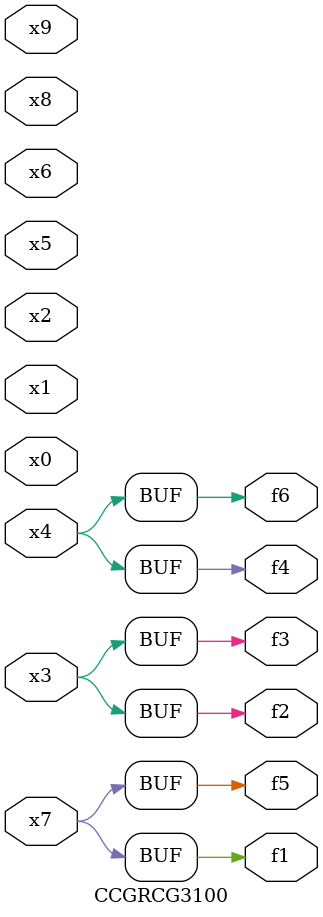
<source format=v>
module CCGRCG3100(
	input x0, x1, x2, x3, x4, x5, x6, x7, x8, x9,
	output f1, f2, f3, f4, f5, f6
);
	assign f1 = x7;
	assign f2 = x3;
	assign f3 = x3;
	assign f4 = x4;
	assign f5 = x7;
	assign f6 = x4;
endmodule

</source>
